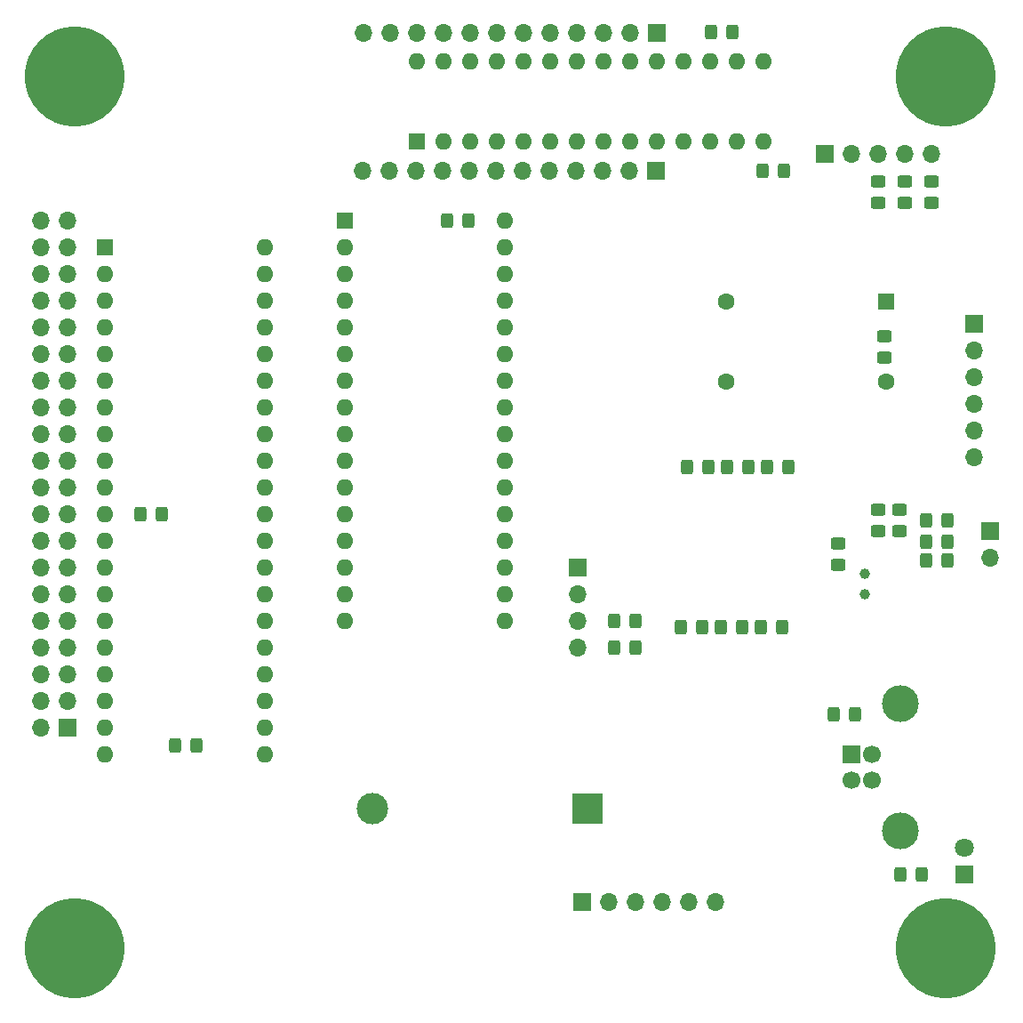
<source format=gbs>
G04 #@! TF.GenerationSoftware,KiCad,Pcbnew,(6.0.1)*
G04 #@! TF.CreationDate,2022-09-07T07:49:48-04:00*
G04 #@! TF.ProjectId,Z80_CPU,5a38305f-4350-4552-9e6b-696361645f70,1*
G04 #@! TF.SameCoordinates,Original*
G04 #@! TF.FileFunction,Soldermask,Bot*
G04 #@! TF.FilePolarity,Negative*
%FSLAX46Y46*%
G04 Gerber Fmt 4.6, Leading zero omitted, Abs format (unit mm)*
G04 Created by KiCad (PCBNEW (6.0.1)) date 2022-09-07 07:49:48*
%MOMM*%
%LPD*%
G01*
G04 APERTURE LIST*
G04 Aperture macros list*
%AMRoundRect*
0 Rectangle with rounded corners*
0 $1 Rounding radius*
0 $2 $3 $4 $5 $6 $7 $8 $9 X,Y pos of 4 corners*
0 Add a 4 corners polygon primitive as box body*
4,1,4,$2,$3,$4,$5,$6,$7,$8,$9,$2,$3,0*
0 Add four circle primitives for the rounded corners*
1,1,$1+$1,$2,$3*
1,1,$1+$1,$4,$5*
1,1,$1+$1,$6,$7*
1,1,$1+$1,$8,$9*
0 Add four rect primitives between the rounded corners*
20,1,$1+$1,$2,$3,$4,$5,0*
20,1,$1+$1,$4,$5,$6,$7,0*
20,1,$1+$1,$6,$7,$8,$9,0*
20,1,$1+$1,$8,$9,$2,$3,0*%
G04 Aperture macros list end*
%ADD10R,1.700000X1.700000*%
%ADD11O,1.700000X1.700000*%
%ADD12R,1.600000X1.600000*%
%ADD13O,1.600000X1.600000*%
%ADD14C,9.525000*%
%ADD15R,1.800000X1.800000*%
%ADD16C,1.800000*%
%ADD17C,1.700000*%
%ADD18C,3.500000*%
%ADD19C,1.600000*%
%ADD20C,1.000000*%
%ADD21R,3.000000X3.000000*%
%ADD22C,3.000000*%
%ADD23RoundRect,0.250000X-0.325000X-0.450000X0.325000X-0.450000X0.325000X0.450000X-0.325000X0.450000X0*%
%ADD24RoundRect,0.250000X0.325000X0.450000X-0.325000X0.450000X-0.325000X-0.450000X0.325000X-0.450000X0*%
%ADD25RoundRect,0.250000X0.450000X-0.325000X0.450000X0.325000X-0.450000X0.325000X-0.450000X-0.325000X0*%
%ADD26RoundRect,0.250000X-0.450000X0.325000X-0.450000X-0.325000X0.450000X-0.325000X0.450000X0.325000X0*%
G04 APERTURE END LIST*
D10*
X91681300Y-29552900D03*
D11*
X91681300Y-32092900D03*
X91681300Y-34632900D03*
X91681300Y-37172900D03*
X91681300Y-39712900D03*
X91681300Y-42252900D03*
D12*
X31750000Y-19685000D03*
D13*
X31750000Y-22225000D03*
X31750000Y-24765000D03*
X31750000Y-27305000D03*
X31750000Y-29845000D03*
X31750000Y-32385000D03*
X31750000Y-34925000D03*
X31750000Y-37465000D03*
X31750000Y-40005000D03*
X31750000Y-42545000D03*
X31750000Y-45085000D03*
X31750000Y-47625000D03*
X31750000Y-50165000D03*
X31750000Y-52705000D03*
X31750000Y-55245000D03*
X31750000Y-57785000D03*
X46990000Y-57785000D03*
X46990000Y-55245000D03*
X46990000Y-52705000D03*
X46990000Y-50165000D03*
X46990000Y-47625000D03*
X46990000Y-45085000D03*
X46990000Y-42545000D03*
X46990000Y-40005000D03*
X46990000Y-37465000D03*
X46990000Y-34925000D03*
X46990000Y-32385000D03*
X46990000Y-29845000D03*
X46990000Y-27305000D03*
X46990000Y-24765000D03*
X46990000Y-22225000D03*
X46990000Y-19685000D03*
D14*
X6000000Y-6000000D03*
X89000000Y-6000000D03*
X6000000Y-89000000D03*
X89000000Y-89000000D03*
D12*
X38608000Y-12192000D03*
D13*
X41148000Y-12192000D03*
X43688000Y-12192000D03*
X46228000Y-12192000D03*
X48768000Y-12192000D03*
X51308000Y-12192000D03*
X53848000Y-12192000D03*
X56388000Y-12192000D03*
X58928000Y-12192000D03*
X61468000Y-12192000D03*
X64008000Y-12192000D03*
X66548000Y-12192000D03*
X69088000Y-12192000D03*
X71628000Y-12192000D03*
X71628000Y-4572000D03*
X69088000Y-4572000D03*
X66548000Y-4572000D03*
X64008000Y-4572000D03*
X61468000Y-4572000D03*
X58928000Y-4572000D03*
X56388000Y-4572000D03*
X53848000Y-4572000D03*
X51308000Y-4572000D03*
X48768000Y-4572000D03*
X46228000Y-4572000D03*
X43688000Y-4572000D03*
X41148000Y-4572000D03*
X38608000Y-4572000D03*
D10*
X77470000Y-13335000D03*
D11*
X80010000Y-13335000D03*
X82550000Y-13335000D03*
X85090000Y-13335000D03*
X87630000Y-13335000D03*
D10*
X61407040Y-14930120D03*
D11*
X58867040Y-14930120D03*
X56327040Y-14930120D03*
X53787040Y-14930120D03*
X51247040Y-14930120D03*
X48707040Y-14930120D03*
X46167040Y-14930120D03*
X43627040Y-14930120D03*
X41087040Y-14930120D03*
X38547040Y-14930120D03*
X36007040Y-14930120D03*
X33467040Y-14930120D03*
D10*
X61450220Y-1831340D03*
D11*
X58910220Y-1831340D03*
X56370220Y-1831340D03*
X53830220Y-1831340D03*
X51290220Y-1831340D03*
X48750220Y-1831340D03*
X46210220Y-1831340D03*
X43670220Y-1831340D03*
X41130220Y-1831340D03*
X38590220Y-1831340D03*
X36050220Y-1831340D03*
X33510220Y-1831340D03*
D10*
X93218000Y-49276000D03*
D11*
X93218000Y-51816000D03*
D15*
X90805000Y-81915000D03*
D16*
X90805000Y-79375000D03*
D10*
X53975000Y-52705000D03*
D11*
X53975000Y-55245000D03*
X53975000Y-57785000D03*
X53975000Y-60325000D03*
D10*
X80000000Y-70485000D03*
D17*
X80000000Y-72985000D03*
X82000000Y-72985000D03*
X82000000Y-70485000D03*
D18*
X84710000Y-77755000D03*
X84710000Y-65715000D03*
D12*
X8890000Y-22225000D03*
D13*
X8890000Y-24765000D03*
X8890000Y-27305000D03*
X8890000Y-29845000D03*
X8890000Y-32385000D03*
X8890000Y-34925000D03*
X8890000Y-37465000D03*
X8890000Y-40005000D03*
X8890000Y-42545000D03*
X8890000Y-45085000D03*
X8890000Y-47625000D03*
X8890000Y-50165000D03*
X8890000Y-52705000D03*
X8890000Y-55245000D03*
X8890000Y-57785000D03*
X8890000Y-60325000D03*
X8890000Y-62865000D03*
X8890000Y-65405000D03*
X8890000Y-67945000D03*
X8890000Y-70485000D03*
X24130000Y-70485000D03*
X24130000Y-67945000D03*
X24130000Y-65405000D03*
X24130000Y-62865000D03*
X24130000Y-60325000D03*
X24130000Y-57785000D03*
X24130000Y-55245000D03*
X24130000Y-52705000D03*
X24130000Y-50165000D03*
X24130000Y-47625000D03*
X24130000Y-45085000D03*
X24130000Y-42545000D03*
X24130000Y-40005000D03*
X24130000Y-37465000D03*
X24130000Y-34925000D03*
X24130000Y-32385000D03*
X24130000Y-29845000D03*
X24130000Y-27305000D03*
X24130000Y-24765000D03*
X24130000Y-22225000D03*
D12*
X83312000Y-27432000D03*
D19*
X68072000Y-27432000D03*
X68072000Y-35052000D03*
X83312000Y-35052000D03*
D20*
X81280000Y-55245000D03*
X81280000Y-53345000D03*
D21*
X54864000Y-75692000D03*
D22*
X34374000Y-75692000D03*
D10*
X5334000Y-67945000D03*
D11*
X2794000Y-67945000D03*
X5334000Y-65405000D03*
X2794000Y-65405000D03*
X5334000Y-62865000D03*
X2794000Y-62865000D03*
X5334000Y-60325000D03*
X2794000Y-60325000D03*
X5334000Y-57785000D03*
X2794000Y-57785000D03*
X5334000Y-55245000D03*
X2794000Y-55245000D03*
X5334000Y-52705000D03*
X2794000Y-52705000D03*
X5334000Y-50165000D03*
X2794000Y-50165000D03*
X5334000Y-47625000D03*
X2794000Y-47625000D03*
X5334000Y-45085000D03*
X2794000Y-45085000D03*
X5334000Y-42545000D03*
X2794000Y-42545000D03*
X5334000Y-40005000D03*
X2794000Y-40005000D03*
X5334000Y-37465000D03*
X2794000Y-37465000D03*
X5334000Y-34925000D03*
X2794000Y-34925000D03*
X5334000Y-32385000D03*
X2794000Y-32385000D03*
X5334000Y-29845000D03*
X2794000Y-29845000D03*
X5334000Y-27305000D03*
X2794000Y-27305000D03*
X5334000Y-24765000D03*
X2794000Y-24765000D03*
X5334000Y-22225000D03*
X2794000Y-22225000D03*
X5334000Y-19685000D03*
X2794000Y-19685000D03*
D10*
X54356000Y-84582000D03*
D11*
X56896000Y-84582000D03*
X59436000Y-84582000D03*
X61976000Y-84582000D03*
X64516000Y-84582000D03*
X67056000Y-84582000D03*
D23*
X87113000Y-52070000D03*
X89163000Y-52070000D03*
D24*
X89163000Y-48260000D03*
X87113000Y-48260000D03*
D23*
X87113000Y-50292000D03*
X89163000Y-50292000D03*
D25*
X82550000Y-18043000D03*
X82550000Y-15993000D03*
X85090000Y-18043000D03*
X85090000Y-15993000D03*
X87630000Y-18043000D03*
X87630000Y-15993000D03*
D23*
X57395000Y-57785000D03*
X59445000Y-57785000D03*
X71365000Y-58420000D03*
X73415000Y-58420000D03*
X72000000Y-43180000D03*
X74050000Y-43180000D03*
D25*
X82550000Y-49285000D03*
X82550000Y-47235000D03*
D26*
X78740000Y-50410000D03*
X78740000Y-52460000D03*
D24*
X17607500Y-69659500D03*
X15557500Y-69659500D03*
X65795000Y-58420000D03*
X63745000Y-58420000D03*
X14360000Y-47625000D03*
X12310000Y-47625000D03*
X80400000Y-66675000D03*
X78350000Y-66675000D03*
X66430000Y-43180000D03*
X64380000Y-43180000D03*
D23*
X41520000Y-19685000D03*
X43570000Y-19685000D03*
D26*
X83185000Y-30725000D03*
X83185000Y-32775000D03*
D24*
X73625820Y-14932660D03*
X71575820Y-14932660D03*
D23*
X67555000Y-58420000D03*
X69605000Y-58420000D03*
D25*
X84582000Y-49285000D03*
X84582000Y-47235000D03*
D24*
X59445000Y-60325000D03*
X57395000Y-60325000D03*
X86750000Y-81915000D03*
X84700000Y-81915000D03*
D23*
X68190000Y-43180000D03*
X70240000Y-43180000D03*
D24*
X68716000Y-1778000D03*
X66666000Y-1778000D03*
M02*

</source>
